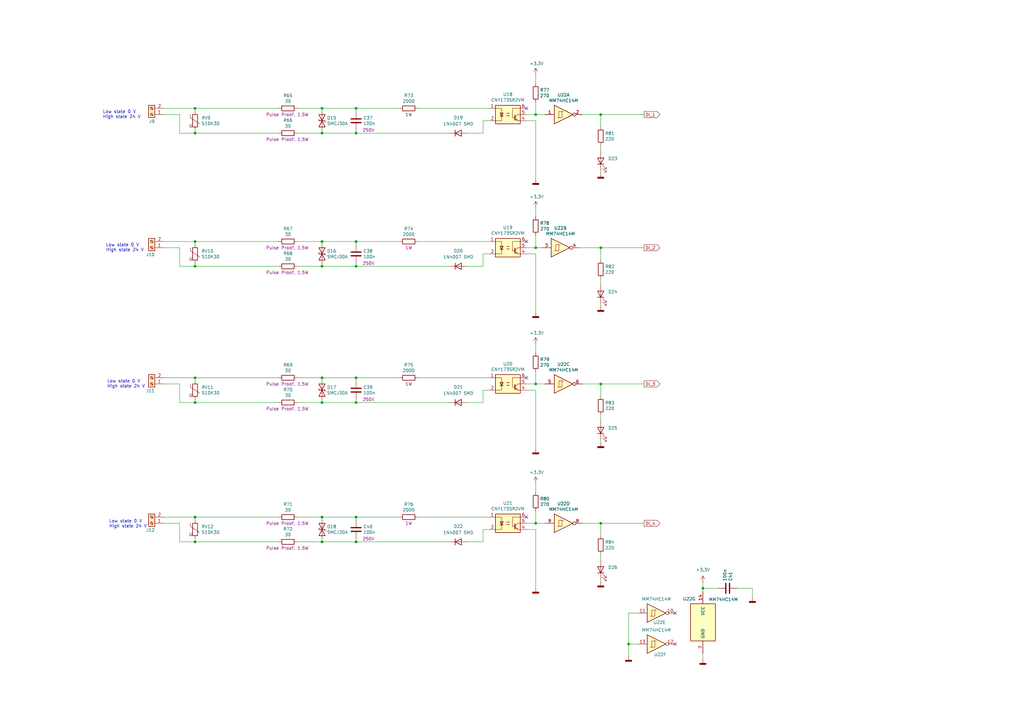
<source format=kicad_sch>
(kicad_sch (version 20250114) (generator "eeschema") (generator_version "9.0")
  (paper "A3")
  (lib_symbols
    (symbol "74xx:74HC14" (pin_names (offset 1.016))
      (property "Reference" "U" (at 0 1.27 0))
      (property "Value" "74HC14" (at 0 -1.27 0))
      (symbol "74HC14_1_0"
        (polyline (pts (xy -3.81 3.81) (xy -3.81 -3.81) (xy 3.81 0) (xy -3.81 3.81)) (stroke (width 0.254)) (fill (type background)))
        (pin input line (at -7.62 0 0) (length 3.81) (name "~") (number "1"))
        (pin output inverted (at 7.62 0 180) (length 3.81) (name "~") (number "2"))
      )
      (symbol "74HC14_1_1"
        (polyline (pts (xy -2.54 -1.27) (xy -0.635 -1.27) (xy -0.635 1.27) (xy 0 1.27)))
        (polyline (pts (xy -1.905 -1.27) (xy -1.905 1.27) (xy -0.635 1.27)))
      )
      (symbol "74HC14_2_0"
        (polyline (pts (xy -3.81 3.81) (xy -3.81 -3.81) (xy 3.81 0) (xy -3.81 3.81)) (stroke (width 0.254)) (fill (type background)))
        (pin input line (at -7.62 0 0) (length 3.81) (name "~") (number "3"))
        (pin output inverted (at 7.62 0 180) (length 3.81) (name "~") (number "4"))
      )
      (symbol "74HC14_2_1"
        (polyline (pts (xy -2.54 -1.27) (xy -0.635 -1.27) (xy -0.635 1.27) (xy 0 1.27)))
        (polyline (pts (xy -1.905 -1.27) (xy -1.905 1.27) (xy -0.635 1.27)))
      )
      (symbol "74HC14_3_0"
        (polyline (pts (xy -3.81 3.81) (xy -3.81 -3.81) (xy 3.81 0) (xy -3.81 3.81)) (stroke (width 0.254)) (fill (type background)))
        (pin input line (at -7.62 0 0) (length 3.81) (name "~") (number "5"))
        (pin output inverted (at 7.62 0 180) (length 3.81) (name "~") (number "6"))
      )
      (symbol "74HC14_3_1"
        (polyline (pts (xy -2.54 -1.27) (xy -0.635 -1.27) (xy -0.635 1.27) (xy 0 1.27)))
        (polyline (pts (xy -1.905 -1.27) (xy -1.905 1.27) (xy -0.635 1.27)))
      )
      (symbol "74HC14_4_0"
        (polyline (pts (xy -3.81 3.81) (xy -3.81 -3.81) (xy 3.81 0) (xy -3.81 3.81)) (stroke (width 0.254)) (fill (type background)))
        (pin input line (at -7.62 0 0) (length 3.81) (name "~") (number "9"))
        (pin output inverted (at 7.62 0 180) (length 3.81) (name "~") (number "8"))
      )
      (symbol "74HC14_4_1"
        (polyline (pts (xy -2.54 -1.27) (xy -0.635 -1.27) (xy -0.635 1.27) (xy 0 1.27)))
        (polyline (pts (xy -1.905 -1.27) (xy -1.905 1.27) (xy -0.635 1.27)))
      )
      (symbol "74HC14_5_0"
        (polyline (pts (xy -3.81 3.81) (xy -3.81 -3.81) (xy 3.81 0) (xy -3.81 3.81)) (stroke (width 0.254)) (fill (type background)))
        (pin input line (at -7.62 0 0) (length 3.81) (name "~") (number "11"))
        (pin output inverted (at 7.62 0 180) (length 3.81) (name "~") (number "10"))
      )
      (symbol "74HC14_5_1"
        (polyline (pts (xy -2.54 -1.27) (xy -0.635 -1.27) (xy -0.635 1.27) (xy 0 1.27)))
        (polyline (pts (xy -1.905 -1.27) (xy -1.905 1.27) (xy -0.635 1.27)))
      )
      (symbol "74HC14_6_0"
        (polyline (pts (xy -3.81 3.81) (xy -3.81 -3.81) (xy 3.81 0) (xy -3.81 3.81)) (stroke (width 0.254)) (fill (type background)))
        (pin input line (at -7.62 0 0) (length 3.81) (name "~") (number "13"))
        (pin output inverted (at 7.62 0 180) (length 3.81) (name "~") (number "12"))
      )
      (symbol "74HC14_6_1"
        (polyline (pts (xy -2.54 -1.27) (xy -0.635 -1.27) (xy -0.635 1.27) (xy 0 1.27)))
        (polyline (pts (xy -1.905 -1.27) (xy -1.905 1.27) (xy -0.635 1.27)))
      )
      (symbol "74HC14_7_0"
        (pin power_in line (at 0 12.7 270) (length 5.08) (name "VCC") (number "14"))
        (pin power_in line (at 0 -12.7 90) (length 5.08) (name "GND") (number "7"))
      )
      (symbol "74HC14_7_1"
        (rectangle (start -5.08 7.62) (end 5.08 -7.62) (stroke (width 0.254)) (fill (type background)))
      )
    )
    (symbol "Connector:Screw_Terminal_01x02" (pin_names (offset 1.016) (hide yes))
      (property "Reference" "J" (at 0 2.54 0))
      (property "Value" "Screw_Terminal_01x02" (at 0 -5.08 0))
      (symbol "Screw_Terminal_01x02_1_1"
        (rectangle (start -1.27 1.27) (end 1.27 -3.81) (stroke (width 0.254)) (fill (type background)))
        (polyline (pts (xy -0.5334 0.3302) (xy 0.3302 -0.508)) (stroke (width 0.1524)))
        (polyline (pts (xy -0.5334 -2.2098) (xy 0.3302 -3.048)) (stroke (width 0.1524)))
        (polyline (pts (xy -0.3556 0.508) (xy 0.508 -0.3302)) (stroke (width 0.1524)))
        (polyline (pts (xy -0.3556 -2.032) (xy 0.508 -2.8702)) (stroke (width 0.1524)))
        (circle (center 0 0) (radius 0.635) (stroke (width 0.1524)))
        (circle (center 0 -2.54) (radius 0.635) (stroke (width 0.1524)))
        (pin passive line (at -5.08 0 0) (length 3.81) (name "Pin_1") (number "1"))
        (pin passive line (at -5.08 -2.54 0) (length 3.81) (name "Pin_2") (number "2"))
      )
    )
    (symbol "Device:C" (pin_numbers (hide yes)) (pin_names (offset 0.254))
      (property "Reference" "C" (at 0.635 2.54 0))
      (property "Value" "C" (at 0.635 -2.54 0))
      (symbol "C_0_1"
        (polyline (pts (xy -2.032 0.762) (xy 2.032 0.762)) (stroke (width 0.508)))
        (polyline (pts (xy -2.032 -0.762) (xy 2.032 -0.762)) (stroke (width 0.508)))
      )
      (symbol "C_1_1"
        (pin passive line (at 0 3.81 270) (length 2.794) (name "~") (number "1"))
        (pin passive line (at 0 -3.81 90) (length 2.794) (name "~") (number "2"))
      )
    )
    (symbol "Device:D_TVS" (pin_numbers (hide yes)) (pin_names (offset 1.016) (hide yes))
      (property "Reference" "D" (at 0 2.54 0))
      (property "Value" "D_TVS" (at 0 -2.54 0))
      (symbol "D_TVS_0_1"
        (polyline (pts (xy -2.54 1.27) (xy -2.54 -1.27) (xy 2.54 1.27) (xy 2.54 -1.27) (xy -2.54 1.27)) (stroke (width 0.254)))
        (polyline (pts (xy 0.508 1.27) (xy 0 1.27) (xy 0 -1.27) (xy -0.508 -1.27)) (stroke (width 0.254)))
        (polyline (pts (xy 1.27 0) (xy -1.27 0)))
      )
      (symbol "D_TVS_1_1"
        (pin passive line (at -3.81 0 0) (length 2.54) (name "A1") (number "1"))
        (pin passive line (at 3.81 0 180) (length 2.54) (name "A2") (number "2"))
      )
    )
    (symbol "Device:LED" (pin_numbers (hide yes)) (pin_names (offset 1.016) (hide yes))
      (property "Reference" "D" (at 0 2.54 0))
      (property "Value" "LED" (at 0 -2.54 0))
      (symbol "LED_0_1"
        (polyline (pts (xy -3.048 -0.762) (xy -4.572 -2.286) (xy -3.81 -2.286) (xy -4.572 -2.286) (xy -4.572 -1.524)))
        (polyline (pts (xy -1.778 -0.762) (xy -3.302 -2.286) (xy -2.54 -2.286) (xy -3.302 -2.286) (xy -3.302 -1.524)))
        (polyline (pts (xy -1.27 0) (xy 1.27 0)))
        (polyline (pts (xy -1.27 -1.27) (xy -1.27 1.27)) (stroke (width 0.254)))
        (polyline (pts (xy 1.27 -1.27) (xy 1.27 1.27) (xy -1.27 0) (xy 1.27 -1.27)) (stroke (width 0.254)))
      )
      (symbol "LED_1_1"
        (pin passive line (at -3.81 0 0) (length 2.54) (name "K") (number "1"))
        (pin passive line (at 3.81 0 180) (length 2.54) (name "A") (number "2"))
      )
    )
    (symbol "Device:R" (pin_numbers (hide yes)) (pin_names (offset 0))
      (property "Reference" "R" (at 2.032 0 90))
      (property "Value" "R" (at 0 0 90))
      (symbol "R_0_1"
        (rectangle (start -1.016 -2.54) (end 1.016 2.54) (stroke (width 0.254)))
      )
      (symbol "R_1_1"
        (pin passive line (at 0 3.81 270) (length 1.27) (name "~") (number "1"))
        (pin passive line (at 0 -3.81 90) (length 1.27) (name "~") (number "2"))
      )
    )
    (symbol "Device:Varistor" (pin_numbers (hide yes)) (pin_names (offset 0))
      (property "Reference" "RV" (at 3.175 0 90))
      (property "Value" "Varistor" (at -3.175 0 90))
      (symbol "Varistor_0_0"
        (text "U" (at -1.778 -2.032 0) (effects (font (size 1.27 1.27))))
      )
      (symbol "Varistor_0_1"
        (polyline (pts (xy -1.905 2.54) (xy -1.905 1.27) (xy 1.905 -1.27)))
        (rectangle (start -1.016 -2.54) (end 1.016 2.54) (stroke (width 0.254)))
      )
      (symbol "Varistor_1_1"
        (pin passive line (at 0 3.81 270) (length 1.27) (name "~") (number "1"))
        (pin passive line (at 0 -3.81 90) (length 1.27) (name "~") (number "2"))
      )
    )
    (symbol "Diode:1N4007" (pin_numbers (hide yes)) (pin_names (hide yes))
      (property "Reference" "D" (at 0 2.54 0))
      (property "Value" "1N4007" (at 0 -2.54 0))
      (symbol "1N4007_0_1"
        (polyline (pts (xy -1.27 1.27) (xy -1.27 -1.27)) (stroke (width 0.254)))
        (polyline (pts (xy 1.27 1.27) (xy 1.27 -1.27) (xy -1.27 0) (xy 1.27 1.27)) (stroke (width 0.254)))
        (polyline (pts (xy 1.27 0) (xy -1.27 0)))
      )
      (symbol "1N4007_1_1"
        (pin passive line (at -3.81 0 0) (length 2.54) (name "K") (number "1"))
        (pin passive line (at 3.81 0 180) (length 2.54) (name "A") (number "2"))
      )
    )
    (symbol "Isolator:CNY17-3" (pin_names (offset 1.016))
      (property "Reference" "U" (at -5.08 5.08 0))
      (property "Value" "CNY17-3" (at 0 5.08 0))
      (symbol "CNY17-3_0_1"
        (rectangle (start -5.08 3.81) (end 5.08 -3.81) (stroke (width 0.254)) (fill (type background)))
        (polyline (pts (xy -5.08 2.54) (xy -2.54 2.54) (xy -2.54 -0.762)))
        (polyline (pts (xy -3.175 -0.635) (xy -1.905 -0.635)) (stroke (width 0.254)))
        (polyline (pts (xy -2.54 -0.635) (xy -2.54 -2.54) (xy -5.08 -2.54)))
        (polyline (pts (xy -2.54 -0.635) (xy -3.175 0.635) (xy -1.905 0.635) (xy -2.54 -0.635)) (stroke (width 0.254)))
        (polyline (pts (xy -0.635 0.508) (xy 0.635 0.508) (xy 0.254 0.381) (xy 0.254 0.635) (xy 0.635 0.508)))
        (polyline (pts (xy -0.635 -0.508) (xy 0.635 -0.508) (xy 0.254 -0.635) (xy 0.254 -0.381) (xy 0.635 -0.508)))
        (polyline (pts (xy 1.905 -1.27) (xy 1.905 2.54) (xy 5.08 2.54)))
        (polyline (pts (xy 2.921 -0.254) (xy 2.921 -2.286)) (stroke (width 0.3556)))
        (polyline (pts (xy 2.921 -1.143) (xy 4.064 0)))
        (polyline (pts (xy 2.921 -1.27) (xy 1.905 -1.27)))
        (polyline (pts (xy 2.921 -1.397) (xy 4.064 -2.54)))
        (polyline (pts (xy 3.937 -2.413) (xy 3.683 -1.905) (xy 3.429 -2.159) (xy 3.937 -2.413)))
        (polyline (pts (xy 4.064 -2.54) (xy 5.08 -2.54)))
        (polyline (pts (xy 5.08 0) (xy 4.064 0)))
      )
      (symbol "CNY17-3_1_1"
        (pin passive line (at -7.62 2.54 0) (length 2.54) (name "~") (number "1"))
        (pin passive line (at -7.62 -2.54 0) (length 2.54) (name "~") (number "2"))
        (pin no_connect line (at -5.08 0 0) (length 2.54) (hide yes) (name "NC") (number "3"))
        (pin passive line (at 7.62 2.54 180) (length 2.54) (name "~") (number "6"))
        (pin passive line (at 7.62 0 180) (length 2.54) (name "~") (number "5"))
        (pin passive line (at 7.62 -2.54 180) (length 2.54) (name "~") (number "4"))
      )
    )
    (symbol "power:+3.3V" (power) (pin_numbers (hide yes)) (pin_names (offset 0) (hide yes))
      (property "Value" "+3.3V" (at 0 3.556 0))
      (symbol "+3.3V_0_1"
        (polyline (pts (xy -0.762 1.27) (xy 0 2.54)))
        (polyline (pts (xy 0 2.54) (xy 0.762 1.27)))
        (polyline (pts (xy 0 0) (xy 0 2.54)))
      )
      (symbol "+3.3V_1_1"
        (pin power_in line (at 0 0 90) (length 0) (name "~") (number "1"))
      )
    )
    (symbol "power:GNDD" (power) (pin_numbers (hide yes)) (pin_names (offset 0) (hide yes))
      (property "Value" "GNDD" (at 0 -3.175 0))
      (symbol "GNDD_0_1"
        (rectangle (start -1.27 -1.524) (end 1.27 -2.032) (stroke (width 0.254)) (fill (type outline)))
        (polyline (pts (xy 0 0) (xy 0 -1.524)))
      )
      (symbol "GNDD_1_1"
        (pin power_in line (at 0 0 270) (length 0) (name "~") (number "1"))
      )
    )
  )
  (text "Low state 0 V\nHigh state 24 V\n" (at 43.942 159.258 0) (effects (font (size 1.27 1.27)) (justify left bottom)))
  (text "Low state 0 V\nHigh state 24 V\n" (at 42.164 48.768 0) (effects (font (size 1.27 1.27)) (justify left bottom)))
  (text "Low state 0 V\nHigh state 24 V\n" (at 44.704 216.662 0) (effects (font (size 1.27 1.27)) (justify left bottom)))
  (text "Low state 0 V\nHigh state 24 V\n" (at 43.434 103.378 0) (effects (font (size 1.27 1.27)) (justify left bottom)))
  (junction (at 80.01 99.06))
  (junction (at 146.05 99.06))
  (junction (at 80.01 154.94))
  (junction (at 219.71 46.99))
  (junction (at 80.01 44.45))
  (junction (at 219.71 101.6))
  (junction (at 288.29 241.3))
  (junction (at 246.38 157.48))
  (junction (at 132.08 222.25))
  (junction (at 146.05 54.61))
  (junction (at 132.08 154.94))
  (junction (at 219.71 157.48))
  (junction (at 132.08 165.1))
  (junction (at 80.01 165.1))
  (junction (at 246.38 46.99))
  (junction (at 80.01 212.09))
  (junction (at 132.08 54.61))
  (junction (at 246.38 101.6))
  (junction (at 146.05 109.22))
  (junction (at 80.01 54.61))
  (junction (at 132.08 44.45))
  (junction (at 146.05 222.25))
  (junction (at 146.05 44.45))
  (junction (at 219.71 214.63))
  (junction (at 132.08 212.09))
  (junction (at 246.38 214.63))
  (junction (at 146.05 165.1))
  (junction (at 146.05 212.09))
  (junction (at 80.01 109.22))
  (junction (at 132.08 99.06))
  (junction (at 80.01 222.25))
  (junction (at 257.81 264.16))
  (junction (at 146.05 154.94))
  (junction (at 132.08 109.22))
  (no_connect (at 215.9 212.09))
  (no_connect (at 215.9 99.06))
  (no_connect (at 276.86 251.46))
  (no_connect (at 276.86 264.16))
  (no_connect (at 215.9 44.45))
  (no_connect (at 215.9 154.94))
  (wire (pts (xy 171.45 212.09) (xy 200.66 212.09)))
  (wire (pts (xy 246.38 219.71) (xy 246.38 214.63)))
  (wire (pts (xy 146.05 44.45) (xy 163.83 44.45)))
  (wire (pts (xy 219.71 160.02) (xy 219.71 184.15)))
  (wire (pts (xy 288.29 267.97) (xy 288.29 270.51)))
  (wire (pts (xy 132.08 163.83) (xy 132.08 165.1)))
  (wire (pts (xy 308.61 241.3) (xy 308.61 245.11)))
  (wire (pts (xy 219.71 209.55) (xy 219.71 214.63)))
  (wire (pts (xy 146.05 163.83) (xy 146.05 165.1)))
  (wire (pts (xy 67.31 214.63) (xy 73.66 214.63)))
  (wire (pts (xy 257.81 264.16) (xy 261.62 264.16)))
  (wire (pts (xy 80.01 154.94) (xy 114.3 154.94)))
  (wire (pts (xy 222.25 101.6) (xy 219.71 101.6)))
  (wire (pts (xy 121.92 154.94) (xy 132.08 154.94)))
  (wire (pts (xy 191.77 54.61) (xy 198.12 54.61)))
  (wire (pts (xy 219.71 49.53) (xy 219.71 73.66)))
  (wire (pts (xy 219.71 30.48) (xy 219.71 34.29)))
  (wire (pts (xy 146.05 165.1) (xy 132.08 165.1)))
  (wire (pts (xy 246.38 229.87) (xy 246.38 227.33)))
  (wire (pts (xy 215.9 217.17) (xy 219.71 217.17)))
  (wire (pts (xy 132.08 45.72) (xy 132.08 44.45)))
  (wire (pts (xy 80.01 109.22) (xy 80.01 107.95)))
  (wire (pts (xy 198.12 54.61) (xy 198.12 49.53)))
  (wire (pts (xy 73.66 157.48) (xy 73.66 165.1)))
  (wire (pts (xy 238.76 157.48) (xy 246.38 157.48)))
  (wire (pts (xy 146.05 220.98) (xy 146.05 222.25)))
  (wire (pts (xy 80.01 54.61) (xy 80.01 53.34)))
  (wire (pts (xy 219.71 96.52) (xy 219.71 101.6)))
  (wire (pts (xy 121.92 109.22) (xy 132.08 109.22)))
  (wire (pts (xy 223.52 157.48) (xy 219.71 157.48)))
  (wire (pts (xy 171.45 154.94) (xy 200.66 154.94)))
  (wire (pts (xy 132.08 107.95) (xy 132.08 109.22)))
  (wire (pts (xy 238.76 46.99) (xy 246.38 46.99)))
  (wire (pts (xy 73.66 109.22) (xy 80.01 109.22)))
  (wire (pts (xy 73.66 214.63) (xy 73.66 222.25)))
  (wire (pts (xy 246.38 101.6) (xy 264.16 101.6)))
  (wire (pts (xy 73.66 101.6) (xy 73.66 109.22)))
  (wire (pts (xy 257.81 264.16) (xy 257.81 269.24)))
  (wire (pts (xy 67.31 157.48) (xy 73.66 157.48)))
  (wire (pts (xy 191.77 222.25) (xy 198.12 222.25)))
  (wire (pts (xy 219.71 101.6) (xy 215.9 101.6)))
  (wire (pts (xy 132.08 156.21) (xy 132.08 154.94)))
  (wire (pts (xy 191.77 165.1) (xy 198.12 165.1)))
  (wire (pts (xy 146.05 107.95) (xy 146.05 109.22)))
  (wire (pts (xy 261.62 251.46) (xy 257.81 251.46)))
  (wire (pts (xy 215.9 104.14) (xy 219.71 104.14)))
  (wire (pts (xy 73.66 54.61) (xy 80.01 54.61)))
  (wire (pts (xy 198.12 109.22) (xy 198.12 104.14)))
  (wire (pts (xy 80.01 165.1) (xy 114.3 165.1)))
  (wire (pts (xy 132.08 44.45) (xy 146.05 44.45)))
  (wire (pts (xy 121.92 99.06) (xy 132.08 99.06)))
  (wire (pts (xy 246.38 71.12) (xy 246.38 69.85)))
  (wire (pts (xy 219.71 152.4) (xy 219.71 157.48)))
  (wire (pts (xy 219.71 140.97) (xy 219.71 144.78)))
  (wire (pts (xy 73.66 46.99) (xy 73.66 54.61)))
  (wire (pts (xy 223.52 214.63) (xy 219.71 214.63)))
  (wire (pts (xy 246.38 172.72) (xy 246.38 170.18)))
  (wire (pts (xy 121.92 54.61) (xy 132.08 54.61)))
  (wire (pts (xy 288.29 241.3) (xy 294.64 241.3)))
  (wire (pts (xy 246.38 214.63) (xy 264.16 214.63)))
  (wire (pts (xy 146.05 45.72) (xy 146.05 44.45)))
  (wire (pts (xy 171.45 44.45) (xy 200.66 44.45)))
  (wire (pts (xy 246.38 238.76) (xy 246.38 237.49)))
  (wire (pts (xy 246.38 116.84) (xy 246.38 114.3)))
  (wire (pts (xy 73.66 222.25) (xy 80.01 222.25)))
  (wire (pts (xy 219.71 214.63) (xy 215.9 214.63)))
  (wire (pts (xy 67.31 101.6) (xy 73.66 101.6)))
  (wire (pts (xy 80.01 109.22) (xy 114.3 109.22)))
  (wire (pts (xy 80.01 212.09) (xy 114.3 212.09)))
  (wire (pts (xy 200.66 217.17) (xy 198.12 217.17)))
  (wire (pts (xy 73.66 165.1) (xy 80.01 165.1)))
  (wire (pts (xy 219.71 104.14) (xy 219.71 128.27)))
  (wire (pts (xy 121.92 165.1) (xy 132.08 165.1)))
  (wire (pts (xy 246.38 52.07) (xy 246.38 46.99)))
  (wire (pts (xy 219.71 157.48) (xy 215.9 157.48)))
  (wire (pts (xy 288.29 241.3) (xy 288.29 242.57)))
  (wire (pts (xy 223.52 46.99) (xy 219.71 46.99)))
  (wire (pts (xy 80.01 45.72) (xy 80.01 44.45)))
  (wire (pts (xy 219.71 85.09) (xy 219.71 88.9)))
  (wire (pts (xy 132.08 212.09) (xy 146.05 212.09)))
  (wire (pts (xy 80.01 156.21) (xy 80.01 154.94)))
  (wire (pts (xy 146.05 54.61) (xy 132.08 54.61)))
  (wire (pts (xy 219.71 41.91) (xy 219.71 46.99)))
  (wire (pts (xy 67.31 212.09) (xy 80.01 212.09)))
  (wire (pts (xy 80.01 213.36) (xy 80.01 212.09)))
  (wire (pts (xy 146.05 222.25) (xy 132.08 222.25)))
  (wire (pts (xy 219.71 217.17) (xy 219.71 241.3)))
  (wire (pts (xy 246.38 125.73) (xy 246.38 124.46)))
  (wire (pts (xy 191.77 109.22) (xy 198.12 109.22)))
  (wire (pts (xy 219.71 198.12) (xy 219.71 201.93)))
  (wire (pts (xy 132.08 99.06) (xy 146.05 99.06)))
  (wire (pts (xy 80.01 44.45) (xy 114.3 44.45)))
  (wire (pts (xy 67.31 46.99) (xy 73.66 46.99)))
  (wire (pts (xy 198.12 222.25) (xy 198.12 217.17)))
  (wire (pts (xy 146.05 222.25) (xy 184.15 222.25)))
  (wire (pts (xy 80.01 54.61) (xy 114.3 54.61)))
  (wire (pts (xy 146.05 109.22) (xy 132.08 109.22)))
  (wire (pts (xy 215.9 160.02) (xy 219.71 160.02)))
  (wire (pts (xy 200.66 104.14) (xy 198.12 104.14)))
  (wire (pts (xy 121.92 44.45) (xy 132.08 44.45)))
  (wire (pts (xy 132.08 154.94) (xy 146.05 154.94)))
  (wire (pts (xy 246.38 106.68) (xy 246.38 101.6)))
  (wire (pts (xy 257.81 251.46) (xy 257.81 264.16)))
  (wire (pts (xy 198.12 165.1) (xy 198.12 160.02)))
  (wire (pts (xy 132.08 100.33) (xy 132.08 99.06)))
  (wire (pts (xy 215.9 49.53) (xy 219.71 49.53)))
  (wire (pts (xy 238.76 214.63) (xy 246.38 214.63)))
  (wire (pts (xy 146.05 156.21) (xy 146.05 154.94)))
  (wire (pts (xy 67.31 99.06) (xy 80.01 99.06)))
  (wire (pts (xy 219.71 46.99) (xy 215.9 46.99)))
  (wire (pts (xy 146.05 213.36) (xy 146.05 212.09)))
  (wire (pts (xy 146.05 54.61) (xy 184.15 54.61)))
  (wire (pts (xy 200.66 49.53) (xy 198.12 49.53)))
  (wire (pts (xy 146.05 53.34) (xy 146.05 54.61)))
  (wire (pts (xy 246.38 62.23) (xy 246.38 59.69)))
  (wire (pts (xy 80.01 100.33) (xy 80.01 99.06)))
  (wire (pts (xy 121.92 222.25) (xy 132.08 222.25)))
  (wire (pts (xy 246.38 157.48) (xy 264.16 157.48)))
  (wire (pts (xy 146.05 99.06) (xy 163.83 99.06)))
  (wire (pts (xy 80.01 222.25) (xy 114.3 222.25)))
  (wire (pts (xy 80.01 165.1) (xy 80.01 163.83)))
  (wire (pts (xy 132.08 213.36) (xy 132.08 212.09)))
  (wire (pts (xy 67.31 44.45) (xy 80.01 44.45)))
  (wire (pts (xy 200.66 160.02) (xy 198.12 160.02)))
  (wire (pts (xy 237.49 101.6) (xy 246.38 101.6)))
  (wire (pts (xy 121.92 212.09) (xy 132.08 212.09)))
  (wire (pts (xy 246.38 181.61) (xy 246.38 180.34)))
  (wire (pts (xy 246.38 162.56) (xy 246.38 157.48)))
  (wire (pts (xy 146.05 109.22) (xy 184.15 109.22)))
  (wire (pts (xy 302.26 241.3) (xy 308.61 241.3)))
  (wire (pts (xy 146.05 212.09) (xy 163.83 212.09)))
  (wire (pts (xy 246.38 46.99) (xy 264.16 46.99)))
  (wire (pts (xy 171.45 99.06) (xy 200.66 99.06)))
  (wire (pts (xy 146.05 165.1) (xy 184.15 165.1)))
  (wire (pts (xy 288.29 238.76) (xy 288.29 241.3)))
  (wire (pts (xy 132.08 220.98) (xy 132.08 222.25)))
  (wire (pts (xy 80.01 222.25) (xy 80.01 220.98)))
  (wire (pts (xy 80.01 99.06) (xy 114.3 99.06)))
  (wire (pts (xy 67.31 154.94) (xy 80.01 154.94)))
  (wire (pts (xy 146.05 154.94) (xy 163.83 154.94)))
  (wire (pts (xy 132.08 53.34) (xy 132.08 54.61)))
  (wire (pts (xy 146.05 100.33) (xy 146.05 99.06)))
  (global_label "DI_1" (shape output) (at 264.16 46.99 0) (property "Intersheetrefs" "${INTERSHEET_REFS}" (effects (hide yes))))
  (global_label "DI_2" (shape output) (at 264.16 101.6 0) (property "Intersheetrefs" "${INTERSHEET_REFS}" (effects (hide yes))))
  (global_label "DI_3" (shape output) (at 264.16 157.48 0) (property "Intersheetrefs" "${INTERSHEET_REFS}" (effects (hide yes))))
  (global_label "DI_4" (shape output) (at 264.16 214.63 0) (property "Intersheetrefs" "${INTERSHEET_REFS}" (effects (hide yes))))
  (symbol (lib_id "Device:C") (at 146.05 49.53 0) (unit 1)
    (property "Reference" "C37" (at 148.971 48.3616 0) (effects (justify left)))
    (property "Value" "100n" (at 148.971 50.673 0) (effects (justify left)))
    (property "Footprint" "Capacitor_SMD:C_1206_3216Metric" (effects (hide yes)))
    (property "Order code Farnell" "1907339" (effects (hide yes)))
    (property "Voltage" "250V" (at 151.13 53.34 0))
  )
  (symbol (lib_id "Device:R") (at 118.11 54.61 270) (unit 1)
    (property "Reference" "R66" (at 118.11 49.3522 90))
    (property "Value" "30" (at 118.11 51.6636 90))
    (property "Footprint" "Resistor_SMD:R_2512_6332Metric" (effects (hide yes)))
    (property "Description" "CRCW251230R0FKEGHP" (effects (hide yes)))
    (property "Voltage" "Pulse Proof, 1,5W" (at 117.856 57.15 90))
    (property "Order code Farnell" "3546521" (effects (hide yes)))
  )
  (symbol (lib_id "power:GNDD") (at 246.38 125.73 0) (unit 1)
    (property "Reference" "#PWR0112" (effects (hide yes)))
    (property "Value" "GNDD" (effects (hide yes)))
  )
  (symbol (lib_id "Device:R") (at 118.11 99.06 270) (unit 1)
    (property "Reference" "R67" (at 118.11 93.8022 90))
    (property "Value" "30" (at 118.11 96.1136 90))
    (property "Footprint" "Resistor_SMD:R_2512_6332Metric" (effects (hide yes)))
    (property "Description" "CRCW251230R0FKEGHP" (effects (hide yes)))
    (property "Voltage" "Pulse Proof, 1,5W" (at 117.856 101.6 90))
    (property "Order code Farnell" "3546521" (effects (hide yes)))
  )
  (symbol (lib_id "Device:R") (at 219.71 38.1 180) (unit 1)
    (property "Reference" "R77" (at 221.488 36.9316 0) (effects (justify right)))
    (property "Value" "270" (at 221.488 39.243 0) (effects (justify right)))
    (property "Footprint" "Resistor_SMD:R_1206_3216Metric" (effects (hide yes)))
    (property "Order code Farnell" "9236783" (effects (hide yes)))
  )
  (symbol (lib_id "Device:R") (at 246.38 110.49 180) (unit 1)
    (property "Reference" "R82" (at 248.158 109.3216 0) (effects (justify right)))
    (property "Value" "220" (at 248.158 111.633 0) (effects (justify right)))
    (property "Footprint" "Resistor_SMD:R_1206_3216Metric" (effects (hide yes)))
    (property "Order code Farnell" "2797431" (effects (hide yes)))
  )
  (symbol (lib_id "Device:R") (at 219.71 92.71 180) (unit 1)
    (property "Reference" "R78" (at 221.488 91.5416 0) (effects (justify right)))
    (property "Value" "270" (at 221.488 93.853 0) (effects (justify right)))
    (property "Footprint" "Resistor_SMD:R_1206_3216Metric" (effects (hide yes)))
    (property "Order code Farnell" "9236783" (effects (hide yes)))
  )
  (symbol (lib_id "Isolator:CNY17-3") (at 208.28 214.63 0) (unit 1)
    (property "Reference" "U21" (at 208.28 206.375 0))
    (property "Value" "CNY173SR2VM" (at 208.28 208.6864 0))
    (property "Footprint" "Package_DIP:DIP-6_W7.62mm_SMDSocket_SmallPads" (effects (hide yes)))
    (property "Datasheet" "http://www.vishay.com/docs/83606/cny17.pdf" (effects (hide yes)))
    (property "Order code Farnell" "1045401" (effects (hide yes)))
  )
  (symbol (lib_id "Device:R") (at 118.11 44.45 270) (unit 1)
    (property "Reference" "R65" (at 118.11 39.1922 90))
    (property "Value" "30" (at 118.11 41.5036 90))
    (property "Footprint" "Resistor_SMD:R_2512_6332Metric" (effects (hide yes)))
    (property "Description" "CRCW251230R0FKEGHP" (effects (hide yes)))
    (property "Voltage" "Pulse Proof, 1,5W" (at 117.856 46.99 90))
    (property "Order code Farnell" "3546521" (effects (hide yes)))
  )
  (symbol (lib_id "Device:D_TVS") (at 132.08 160.02 270) (unit 1)
    (property "Reference" "D17" (at 134.0866 158.8516 90) (effects (justify left)))
    (property "Value" "SMCJ30A" (at 134.0866 161.163 90) (effects (justify left)))
    (property "Footprint" "Diode_SMD:D_SMC" (effects (hide yes)))
    (property "Description" "SMCJ33A-TR" (effects (hide yes)))
    (property "Order code Farnell" "1689286" (effects (hide yes)))
  )
  (symbol (lib_id "Device:R") (at 246.38 55.88 180) (unit 1)
    (property "Reference" "R81" (at 248.158 54.7116 0) (effects (justify right)))
    (property "Value" "220" (at 248.158 57.023 0) (effects (justify right)))
    (property "Footprint" "Resistor_SMD:R_1206_3216Metric" (effects (hide yes)))
    (property "Order code Farnell" "2797431" (effects (hide yes)))
  )
  (symbol (lib_id "power:GNDD") (at 219.71 241.3 0) (unit 1)
    (property "Reference" "#PWR0110" (effects (hide yes)))
    (property "Value" "GNDD" (effects (hide yes)))
  )
  (symbol (lib_id "Device:R") (at 246.38 166.37 180) (unit 1)
    (property "Reference" "R83" (at 248.158 165.2016 0) (effects (justify right)))
    (property "Value" "220" (at 248.158 167.513 0) (effects (justify right)))
    (property "Footprint" "Resistor_SMD:R_1206_3216Metric" (effects (hide yes)))
    (property "Order code Farnell" "2797431" (effects (hide yes)))
  )
  (symbol (lib_id "Device:D_TVS") (at 132.08 104.14 270) (unit 1)
    (property "Reference" "D16" (at 134.0866 102.9716 90) (effects (justify left)))
    (property "Value" "SMCJ30A" (at 134.0866 105.283 90) (effects (justify left)))
    (property "Footprint" "Diode_SMD:D_SMC" (effects (hide yes)))
    (property "Description" "SMCJ33A-TR" (effects (hide yes)))
    (property "Order code Farnell" "1689286" (effects (hide yes)))
  )
  (symbol (lib_id "Device:R") (at 167.64 212.09 270) (unit 1)
    (property "Reference" "R76" (at 167.64 206.8322 90))
    (property "Value" "2000" (at 167.64 209.1436 90))
    (property "Footprint" "Resistor_SMD:R_2512_6332Metric" (effects (hide yes)))
    (property "Order code Farnell" "1470044" (effects (hide yes)))
    (property "Power" "1W" (at 167.64 214.63 90))
  )
  (symbol (lib_id "Device:Varistor") (at 80.01 217.17 0) (unit 1)
    (property "Reference" "RV12" (at 82.6262 216.0016 0) (effects (justify left)))
    (property "Value" "S10K30" (at 82.6262 218.313 0) (effects (justify left)))
    (property "Footprint" "Varistor:RV_Disc_D12mm_W5.1mm_P7.5mm" (effects (hide yes)))
    (property "Description" "Levyn halkaisija (disc diameter): nimellinen 10 mm, maksimi ~12,5 mm (usein ilmoitetaan max Ø12.5 mm toleransseineen). Paksuus (body thickness): tyypillisesti max 4–5 mm (riippuen tarkasta variantista, usein ~4,5 mm). Liitinväli (lead spacing / pitch, e): yleensä 7,5 mm (e ±1 mm). Liittimen halkaisija: ~0,8 mm." (effects (hide yes)))
    (property "Order code Farnell" "1004274" (effects (hide yes)))
  )
  (symbol (lib_id "power:+3.3V") (at 219.71 85.09 0) (unit 1)
    (property "Reference" "#PWR0105" (effects (hide yes)))
    (property "Value" "+3.3V" (at 220.091 80.6958 0))
  )
  (symbol (lib_id "Device:C") (at 298.45 241.3 270) (mirror x) (unit 1)
    (property "Reference" "C41" (at 299.6184 238.379 0) (effects (justify left)))
    (property "Value" "100n" (at 297.307 238.379 0) (effects (justify left)))
    (property "Footprint" "Capacitor_SMD:C_1206_3216Metric" (effects (hide yes)))
    (property "Order code Farnell" "2070499" (effects (hide yes)))
  )
  (symbol (lib_id "power:GNDD") (at 308.61 245.11 0) (unit 1)
    (property "Reference" "#PWR0118" (effects (hide yes)))
    (property "Value" "GNDD" (effects (hide yes)))
  )
  (symbol (lib_id "Device:R") (at 219.71 205.74 180) (unit 1)
    (property "Reference" "R80" (at 221.488 204.5716 0) (effects (justify right)))
    (property "Value" "270" (at 221.488 206.883 0) (effects (justify right)))
    (property "Footprint" "Resistor_SMD:R_1206_3216Metric" (effects (hide yes)))
    (property "Order code Farnell" "9236783" (effects (hide yes)))
  )
  (symbol (lib_id "Device:R") (at 167.64 99.06 270) (unit 1)
    (property "Reference" "R74" (at 167.64 93.8022 90))
    (property "Value" "2000" (at 167.64 96.1136 90))
    (property "Footprint" "Resistor_SMD:R_2512_6332Metric" (effects (hide yes)))
    (property "Order code Farnell" "1470044" (effects (hide yes)))
    (property "Power" "1W" (at 167.64 101.6 90))
  )
  (symbol (lib_id "Device:D_TVS") (at 132.08 217.17 270) (unit 1)
    (property "Reference" "D18" (at 134.0866 216.0016 90) (effects (justify left)))
    (property "Value" "SMCJ30A" (at 134.0866 218.313 90) (effects (justify left)))
    (property "Footprint" "Diode_SMD:D_SMC" (effects (hide yes)))
    (property "Description" "SMCJ33A-TR" (effects (hide yes)))
    (property "Order code Farnell" "1689286" (effects (hide yes)))
  )
  (symbol (lib_id "Device:D_TVS") (at 132.08 49.53 270) (unit 1)
    (property "Reference" "D15" (at 134.0866 48.3616 90) (effects (justify left)))
    (property "Value" "SMCJ30A" (at 134.0866 50.673 90) (effects (justify left)))
    (property "Footprint" "Diode_SMD:D_SMC" (effects (hide yes)))
    (property "Description" "SMCJ33A-TR" (effects (hide yes)))
    (property "Order code Farnell" "1689286" (effects (hide yes)))
  )
  (symbol (lib_id "Diode:1N4007") (at 187.96 165.1 0) (unit 1)
    (property "Reference" "D21" (at 187.96 158.75 0))
    (property "Value" "1N4007 SMD" (at 187.96 161.29 0))
    (property "Footprint" "Diode_SMD:D_SOD-123" (effects (hide yes)))
    (property "Datasheet" "http://www.vishay.com/docs/88503/1n4001.pdf" (effects (hide yes)))
    (property "Description" "1000V 1A General Purpose Rectifier Diode, DO-41" (effects (hide yes)))
    (property "Sim.Device" "D" (effects (hide yes)))
    (property "Sim.Pins" "1=K 2=A" (effects (hide yes)))
  )
  (symbol (lib_id "power:+3.3V") (at 219.71 198.12 0) (unit 1)
    (property "Reference" "#PWR0109" (effects (hide yes)))
    (property "Value" "+3.3V" (at 220.091 193.7258 0))
  )
  (symbol (lib_id "Device:LED") (at 246.38 66.04 90) (unit 1)
    (property "Reference" "D23" (at 249.3772 65.0494 90) (effects (justify right)))
    (property "Value" "Green LED 3mm" (effects (hide yes)))
    (property "Footprint" "Diode_SMD:D_1206_3216Metric" (effects (hide yes)))
    (property "Description" "MCL-S250GC" (effects (hide yes)))
    (property "Order code Farnell" "1581232" (effects (hide yes)))
  )
  (symbol (lib_id "Device:R") (at 118.11 165.1 270) (unit 1)
    (property "Reference" "R70" (at 118.11 159.8422 90))
    (property "Value" "30" (at 118.11 162.1536 90))
    (property "Footprint" "Resistor_SMD:R_2512_6332Metric" (effects (hide yes)))
    (property "Description" "CRCW251230R0FKEGHP" (effects (hide yes)))
    (property "Voltage" "Pulse Proof, 1,5W" (at 117.856 167.64 90))
    (property "Order code Farnell" "3546521" (effects (hide yes)))
  )
  (symbol (lib_id "74xx:74HC14") (at 231.14 214.63 0) (unit 4)
    (property "Reference" "U22" (at 231.14 206.5782 0))
    (property "Value" "MM74HC14M" (at 231.14 208.8896 0))
    (property "Footprint" "Package_SO:SOIC-14_3.9x8.7mm_P1.27mm" (effects (hide yes)))
    (property "Datasheet" "http://www.farnell.com/datasheets/2303848.pdf?_gl=1*col83*_gcl_aw*R0NMLjE3NjA5NjMwOTguQ2p3S0NBand1OWZIQmhBV0Vpd0F6R1JDX184cHV5WURPbS16c1JsdGd4bThYNXU1aEp6VFl5WlplSmhQYkd6UHVFemN3WVJmdDV2M1hCb0Nud1lRQXZEX0J3RQ..*_gcl_au*MjAxODQ0NTAzOS4xNzY1OTY2Mjc5" (effects (hide yes)))
    (property "Description" "MM74HC14M" (effects (hide yes)))
    (property "Order code Farnell" "1013958" (effects (hide yes)))
  )
  (symbol (lib_id "power:GNDD") (at 219.71 184.15 0) (unit 1)
    (property "Reference" "#PWR0108" (effects (hide yes)))
    (property "Value" "GNDD" (effects (hide yes)))
  )
  (symbol (lib_id "Device:C") (at 146.05 160.02 0) (unit 1)
    (property "Reference" "C39" (at 148.971 158.8516 0) (effects (justify left)))
    (property "Value" "100n" (at 148.971 161.163 0) (effects (justify left)))
    (property "Footprint" "Capacitor_SMD:C_1206_3216Metric" (effects (hide yes)))
    (property "Order code Farnell" "1907339" (effects (hide yes)))
    (property "Voltage" "250V" (at 151.13 163.83 0))
  )
  (symbol (lib_id "Device:LED") (at 246.38 120.65 90) (unit 1)
    (property "Reference" "D24" (at 249.3772 119.6594 90) (effects (justify right)))
    (property "Value" "Green LED 3mm" (effects (hide yes)))
    (property "Footprint" "Diode_SMD:D_1206_3216Metric" (effects (hide yes)))
    (property "Description" "MCL-S250GC" (effects (hide yes)))
    (property "Order code Farnell" "1581232" (effects (hide yes)))
  )
  (symbol (lib_id "Connector:Screw_Terminal_01x02") (at 62.23 214.63 180) (unit 1)
    (property "Reference" "J12" (at 63.5 217.424 0) (effects (justify left)))
    (property "Value" "Screw_Terminal_01x02" (effects (hide yes)))
    (property "Footprint" "TerminalBlock_Phoenix:TerminalBlock_Phoenix_MKDS-3-2-5.08_1x02_P5.08mm_Horizontal" (effects (hide yes)))
    (property "Order code Farnell" "963-2670" (effects (hide yes)))
  )
  (symbol (lib_id "Isolator:CNY17-3") (at 208.28 101.6 0) (unit 1)
    (property "Reference" "U19" (at 208.28 93.345 0))
    (property "Value" "CNY173SR2VM" (at 208.28 95.6564 0))
    (property "Footprint" "Package_DIP:DIP-6_W7.62mm_SMDSocket_SmallPads" (effects (hide yes)))
    (property "Datasheet" "http://www.vishay.com/docs/83606/cny17.pdf" (effects (hide yes)))
    (property "Order code Farnell" "1045401" (effects (hide yes)))
  )
  (symbol (lib_id "Device:LED") (at 246.38 233.68 90) (unit 1)
    (property "Reference" "D26" (at 249.3772 232.6894 90) (effects (justify right)))
    (property "Value" "Green LED 3mm" (effects (hide yes)))
    (property "Footprint" "Diode_SMD:D_1206_3216Metric" (effects (hide yes)))
    (property "Description" "MCL-S250GC" (effects (hide yes)))
    (property "Order code Farnell" "1581232" (effects (hide yes)))
  )
  (symbol (lib_id "Device:Varistor") (at 80.01 49.53 0) (unit 1)
    (property "Reference" "RV9" (at 82.6262 48.3616 0) (effects (justify left)))
    (property "Value" "S10K30" (at 82.6262 50.673 0) (effects (justify left)))
    (property "Footprint" "Varistor:RV_Disc_D12mm_W5.1mm_P7.5mm" (effects (hide yes)))
    (property "Description" "Levyn halkaisija (disc diameter): nimellinen 10 mm, maksimi ~12,5 mm (usein ilmoitetaan max Ø12.5 mm toleransseineen). Paksuus (body thickness): tyypillisesti max 4–5 mm (riippuen tarkasta variantista, usein ~4,5 mm). Liitinväli (lead spacing / pitch, e): yleensä 7,5 mm (e ±1 mm). Liittimen halkaisija: ~0,8 mm." (effects (hide yes)))
    (property "Order code Farnell" "1004274" (effects (hide yes)))
  )
  (symbol (lib_id "power:GNDD") (at 246.38 238.76 0) (unit 1)
    (property "Reference" "#PWR0114" (effects (hide yes)))
    (property "Value" "GNDD" (effects (hide yes)))
  )
  (symbol (lib_id "Device:R") (at 118.11 212.09 270) (unit 1)
    (property "Reference" "R71" (at 118.11 206.8322 90))
    (property "Value" "30" (at 118.11 209.1436 90))
    (property "Footprint" "Resistor_SMD:R_2512_6332Metric" (effects (hide yes)))
    (property "Description" "CRCW251230R0FKEGHP" (effects (hide yes)))
    (property "Voltage" "Pulse Proof, 1,5W" (at 117.856 214.63 90))
    (property "Order code Farnell" "3546521" (effects (hide yes)))
  )
  (symbol (lib_id "Diode:1N4007") (at 187.96 109.22 0) (unit 1)
    (property "Reference" "D20" (at 187.96 102.87 0))
    (property "Value" "1N4007 SMD" (at 187.96 105.41 0))
    (property "Footprint" "Diode_SMD:D_SOD-123" (effects (hide yes)))
    (property "Datasheet" "http://www.vishay.com/docs/88503/1n4001.pdf" (effects (hide yes)))
    (property "Description" "1000V 1A General Purpose Rectifier Diode, DO-41" (effects (hide yes)))
    (property "Sim.Device" "D" (effects (hide yes)))
    (property "Sim.Pins" "1=K 2=A" (effects (hide yes)))
  )
  (symbol (lib_id "power:+3.3V") (at 219.71 140.97 0) (unit 1)
    (property "Reference" "#PWR0107" (effects (hide yes)))
    (property "Value" "+3.3V" (at 220.091 136.5758 0))
  )
  (symbol (lib_id "Device:R") (at 118.11 154.94 270) (unit 1)
    (property "Reference" "R69" (at 118.11 149.6822 90))
    (property "Value" "30" (at 118.11 151.9936 90))
    (property "Footprint" "Resistor_SMD:R_2512_6332Metric" (effects (hide yes)))
    (property "Description" "CRCW251230R0FKEGHP" (effects (hide yes)))
    (property "Voltage" "Pulse Proof, 1,5W" (at 117.856 157.48 90))
    (property "Order code Farnell" "3546521" (effects (hide yes)))
  )
  (symbol (lib_id "Isolator:CNY17-3") (at 208.28 157.48 0) (unit 1)
    (property "Reference" "U20" (at 208.28 149.225 0))
    (property "Value" "CNY173SR2VM" (at 208.28 151.5364 0))
    (property "Footprint" "Package_DIP:DIP-6_W7.62mm_SMDSocket_SmallPads" (effects (hide yes)))
    (property "Datasheet" "http://www.vishay.com/docs/83606/cny17.pdf" (effects (hide yes)))
    (property "Order code Farnell" "1045401" (effects (hide yes)))
  )
  (symbol (lib_id "74xx:74HC14") (at 269.24 264.16 0) (unit 6)
    (property "Reference" "U22" (at 270.764 268.478 0))
    (property "Value" "MM74HC14M" (at 269.24 258.4196 0))
    (property "Footprint" "Package_SO:SOIC-14_3.9x8.7mm_P1.27mm" (effects (hide yes)))
    (property "Datasheet" "http://www.farnell.com/datasheets/2303848.pdf?_gl=1*col83*_gcl_aw*R0NMLjE3NjA5NjMwOTguQ2p3S0NBand1OWZIQmhBV0Vpd0F6R1JDX184cHV5WURPbS16c1JsdGd4bThYNXU1aEp6VFl5WlplSmhQYkd6UHVFemN3WVJmdDV2M1hCb0Nud1lRQXZEX0J3RQ..*_gcl_au*MjAxODQ0NTAzOS4xNzY1OTY2Mjc5" (effects (hide yes)))
    (property "Description" "MM74HC14M" (effects (hide yes)))
    (property "Order code Farnell" "1013958" (effects (hide yes)))
  )
  (symbol (lib_id "power:GNDD") (at 219.71 128.27 0) (unit 1)
    (property "Reference" "#PWR0106" (effects (hide yes)))
    (property "Value" "GNDD" (effects (hide yes)))
  )
  (symbol (lib_id "power:GNDD") (at 288.29 270.51 0) (unit 1)
    (property "Reference" "#PWR0117" (effects (hide yes)))
    (property "Value" "GNDD" (effects (hide yes)))
  )
  (symbol (lib_id "power:GNDD") (at 219.71 73.66 0) (unit 1)
    (property "Reference" "#PWR0104" (effects (hide yes)))
    (property "Value" "GNDD" (effects (hide yes)))
  )
  (symbol (lib_id "power:GNDD") (at 246.38 181.61 0) (unit 1)
    (property "Reference" "#PWR0113" (effects (hide yes)))
    (property "Value" "GNDD" (effects (hide yes)))
  )
  (symbol (lib_id "Device:C") (at 146.05 104.14 0) (unit 1)
    (property "Reference" "C38" (at 148.971 102.9716 0) (effects (justify left)))
    (property "Value" "100n" (at 148.971 105.283 0) (effects (justify left)))
    (property "Footprint" "Capacitor_SMD:C_1206_3216Metric" (effects (hide yes)))
    (property "Order code Farnell" "1907339" (effects (hide yes)))
    (property "Voltage" "250V" (at 151.13 107.95 0))
  )
  (symbol (lib_id "74xx:74HC14") (at 231.14 157.48 0) (unit 3)
    (property "Reference" "U22" (at 231.14 149.4282 0))
    (property "Value" "MM74HC14M" (at 231.14 151.7396 0))
    (property "Footprint" "Package_SO:SOIC-14_3.9x8.7mm_P1.27mm" (effects (hide yes)))
    (property "Datasheet" "http://www.farnell.com/datasheets/2303848.pdf?_gl=1*col83*_gcl_aw*R0NMLjE3NjA5NjMwOTguQ2p3S0NBand1OWZIQmhBV0Vpd0F6R1JDX184cHV5WURPbS16c1JsdGd4bThYNXU1aEp6VFl5WlplSmhQYkd6UHVFemN3WVJmdDV2M1hCb0Nud1lRQXZEX0J3RQ..*_gcl_au*MjAxODQ0NTAzOS4xNzY1OTY2Mjc5" (effects (hide yes)))
    (property "Description" "MM74HC14M" (effects (hide yes)))
    (property "Order code Farnell" "1013958" (effects (hide yes)))
  )
  (symbol (lib_id "Connector:Screw_Terminal_01x02") (at 62.23 46.99 180) (unit 1)
    (property "Reference" "J9" (at 63.5 49.784 0) (effects (justify left)))
    (property "Value" "Screw_Terminal_01x02" (effects (hide yes)))
    (property "Footprint" "TerminalBlock_Phoenix:TerminalBlock_Phoenix_MKDS-3-2-5.08_1x02_P5.08mm_Horizontal" (effects (hide yes)))
    (property "Order code Farnell" "963-2670" (effects (hide yes)))
  )
  (symbol (lib_id "Device:Varistor") (at 80.01 104.14 0) (unit 1)
    (property "Reference" "RV10" (at 82.6262 102.9716 0) (effects (justify left)))
    (property "Value" "S10K30" (at 82.6262 105.283 0) (effects (justify left)))
    (property "Footprint" "Varistor:RV_Disc_D12mm_W5.1mm_P7.5mm" (effects (hide yes)))
    (property "Description" "Levyn halkaisija (disc diameter): nimellinen 10 mm, maksimi ~12,5 mm (usein ilmoitetaan max Ø12.5 mm toleransseineen). Paksuus (body thickness): tyypillisesti max 4–5 mm (riippuen tarkasta variantista, usein ~4,5 mm). Liitinväli (lead spacing / pitch, e): yleensä 7,5 mm (e ±1 mm). Liittimen halkaisija: ~0,8 mm." (effects (hide yes)))
    (property "Order code Farnell" "1004274" (effects (hide yes)))
  )
  (symbol (lib_id "power:+3.3V") (at 288.29 238.76 0) (unit 1)
    (property "Reference" "#PWR0116" (effects (hide yes)))
    (property "Value" "+3.3V" (at 288.29 233.68 0))
    (property "Description" "Power symbol creates a global label with name \"+3.3V\"" (effects (hide yes)))
  )
  (symbol (lib_id "power:GNDD") (at 246.38 71.12 0) (unit 1)
    (property "Reference" "#PWR0111" (effects (hide yes)))
    (property "Value" "GNDD" (effects (hide yes)))
  )
  (symbol (lib_id "Device:R") (at 118.11 109.22 270) (unit 1)
    (property "Reference" "R68" (at 118.11 103.9622 90))
    (property "Value" "30" (at 118.11 106.2736 90))
    (property "Footprint" "Resistor_SMD:R_2512_6332Metric" (effects (hide yes)))
    (property "Description" "CRCW251230R0FKEGHP" (effects (hide yes)))
    (property "Voltage" "Pulse Proof, 1,5W" (at 117.856 111.76 90))
    (property "Order code Farnell" "3546521" (effects (hide yes)))
  )
  (symbol (lib_id "Device:R") (at 246.38 223.52 180) (unit 1)
    (property "Reference" "R84" (at 248.158 222.3516 0) (effects (justify right)))
    (property "Value" "220" (at 248.158 224.663 0) (effects (justify right)))
    (property "Footprint" "Resistor_SMD:R_1206_3216Metric" (effects (hide yes)))
    (property "Order code Farnell" "2797431" (effects (hide yes)))
  )
  (symbol (lib_id "74xx:74HC14") (at 229.87 101.6 0) (unit 2)
    (property "Reference" "U22" (at 229.87 93.5482 0))
    (property "Value" "MM74HC14M" (at 229.87 95.8596 0))
    (property "Footprint" "Package_SO:SOIC-14_3.9x8.7mm_P1.27mm" (effects (hide yes)))
    (property "Datasheet" "http://www.farnell.com/datasheets/2303848.pdf?_gl=1*col83*_gcl_aw*R0NMLjE3NjA5NjMwOTguQ2p3S0NBand1OWZIQmhBV0Vpd0F6R1JDX184cHV5WURPbS16c1JsdGd4bThYNXU1aEp6VFl5WlplSmhQYkd6UHVFemN3WVJmdDV2M1hCb0Nud1lRQXZEX0J3RQ..*_gcl_au*MjAxODQ0NTAzOS4xNzY1OTY2Mjc5" (effects (hide yes)))
    (property "Description" "MM74HC14M" (effects (hide yes)))
    (property "Order code Farnell" "1013958" (effects (hide yes)))
  )
  (symbol (lib_id "Connector:Screw_Terminal_01x02") (at 62.23 101.6 180) (unit 1)
    (property "Reference" "J10" (at 63.5 104.394 0) (effects (justify left)))
    (property "Value" "Screw_Terminal_01x02" (effects (hide yes)))
    (property "Footprint" "TerminalBlock_Phoenix:TerminalBlock_Phoenix_MKDS-3-2-5.08_1x02_P5.08mm_Horizontal" (effects (hide yes)))
    (property "Order code Farnell" "963-2670" (effects (hide yes)))
  )
  (symbol (lib_id "power:GNDD") (at 257.81 269.24 0) (unit 1)
    (property "Reference" "#PWR0115" (effects (hide yes)))
    (property "Value" "GNDD" (effects (hide yes)))
  )
  (symbol (lib_id "Connector:Screw_Terminal_01x02") (at 62.23 157.48 180) (unit 1)
    (property "Reference" "J11" (at 63.5 160.274 0) (effects (justify left)))
    (property "Value" "Screw_Terminal_01x02" (effects (hide yes)))
    (property "Footprint" "TerminalBlock_Phoenix:TerminalBlock_Phoenix_MKDS-3-2-5.08_1x02_P5.08mm_Horizontal" (effects (hide yes)))
    (property "Order code Farnell" "963-2670" (effects (hide yes)))
  )
  (symbol (lib_id "Device:R") (at 118.11 222.25 270) (unit 1)
    (property "Reference" "R72" (at 118.11 216.9922 90))
    (property "Value" "30" (at 118.11 219.3036 90))
    (property "Footprint" "Resistor_SMD:R_2512_6332Metric" (effects (hide yes)))
    (property "Description" "CRCW251230R0FKEGHP" (effects (hide yes)))
    (property "Voltage" "Pulse Proof, 1,5W" (at 117.856 224.79 90))
    (property "Order code Farnell" "3546521" (effects (hide yes)))
  )
  (symbol (lib_id "Device:Varistor") (at 80.01 160.02 0) (unit 1)
    (property "Reference" "RV11" (at 82.6262 158.8516 0) (effects (justify left)))
    (property "Value" "S10K30" (at 82.6262 161.163 0) (effects (justify left)))
    (property "Footprint" "Varistor:RV_Disc_D12mm_W5.1mm_P7.5mm" (effects (hide yes)))
    (property "Description" "Levyn halkaisija (disc diameter): nimellinen 10 mm, maksimi ~12,5 mm (usein ilmoitetaan max Ø12.5 mm toleransseineen). Paksuus (body thickness): tyypillisesti max 4–5 mm (riippuen tarkasta variantista, usein ~4,5 mm). Liitinväli (lead spacing / pitch, e): yleensä 7,5 mm (e ±1 mm). Liittimen halkaisija: ~0,8 mm." (effects (hide yes)))
    (property "Order code Farnell" "1004274" (effects (hide yes)))
  )
  (symbol (lib_id "Device:C") (at 146.05 217.17 0) (unit 1)
    (property "Reference" "C40" (at 148.971 216.0016 0) (effects (justify left)))
    (property "Value" "100n" (at 148.971 218.313 0) (effects (justify left)))
    (property "Footprint" "Capacitor_SMD:C_1206_3216Metric" (effects (hide yes)))
    (property "Order code Farnell" "1907339" (effects (hide yes)))
    (property "Voltage" "250V" (at 151.13 220.98 0))
  )
  (symbol (lib_id "74xx:74HC14") (at 288.29 255.27 0) (unit 7)
    (property "Reference" "U22" (at 282.702 245.618 0))
    (property "Value" "MM74HC14M" (at 296.672 245.872 0))
    (property "Footprint" "Package_SO:SOIC-14_3.9x8.7mm_P1.27mm" (effects (hide yes)))
    (property "Datasheet" "http://www.farnell.com/datasheets/2303848.pdf?_gl=1*col83*_gcl_aw*R0NMLjE3NjA5NjMwOTguQ2p3S0NBand1OWZIQmhBV0Vpd0F6R1JDX184cHV5WURPbS16c1JsdGd4bThYNXU1aEp6VFl5WlplSmhQYkd6UHVFemN3WVJmdDV2M1hCb0Nud1lRQXZEX0J3RQ..*_gcl_au*MjAxODQ0NTAzOS4xNzY1OTY2Mjc5" (effects (hide yes)))
    (property "Description" "MM74HC14M" (effects (hide yes)))
    (property "Order code Farnell" "1013958" (effects (hide yes)))
  )
  (symbol (lib_id "Device:LED") (at 246.38 176.53 90) (unit 1)
    (property "Reference" "D25" (at 249.3772 175.5394 90) (effects (justify right)))
    (property "Value" "Green LED 3mm" (effects (hide yes)))
    (property "Footprint" "Diode_SMD:D_1206_3216Metric" (effects (hide yes)))
    (property "Description" "MCL-S250GC" (effects (hide yes)))
    (property "Order code Farnell" "1581232" (effects (hide yes)))
  )
  (symbol (lib_id "power:+3.3V") (at 219.71 30.48 0) (unit 1)
    (property "Reference" "#PWR0103" (effects (hide yes)))
    (property "Value" "+3.3V" (at 220.091 26.0858 0))
  )
  (symbol (lib_id "Diode:1N4007") (at 187.96 222.25 0) (unit 1)
    (property "Reference" "D22" (at 187.96 215.9 0))
    (property "Value" "1N4007 SMD" (at 187.96 218.44 0))
    (property "Footprint" "Diode_SMD:D_SOD-123" (effects (hide yes)))
    (property "Datasheet" "http://www.vishay.com/docs/88503/1n4001.pdf" (effects (hide yes)))
    (property "Description" "1000V 1A General Purpose Rectifier Diode, DO-41" (effects (hide yes)))
    (property "Sim.Device" "D" (effects (hide yes)))
    (property "Sim.Pins" "1=K 2=A" (effects (hide yes)))
  )
  (symbol (lib_id "Diode:1N4007") (at 187.96 54.61 0) (unit 1)
    (property "Reference" "D19" (at 187.96 48.26 0))
    (property "Value" "1N4007 SMD" (at 187.96 50.8 0))
    (property "Footprint" "Diode_SMD:D_SOD-123" (effects (hide yes)))
    (property "Datasheet" "http://www.vishay.com/docs/88503/1n4001.pdf" (effects (hide yes)))
    (property "Description" "1000V 1A General Purpose Rectifier Diode, DO-41" (effects (hide yes)))
    (property "Sim.Device" "D" (effects (hide yes)))
    (property "Sim.Pins" "1=K 2=A" (effects (hide yes)))
  )
  (symbol (lib_id "74xx:74HC14") (at 269.24 251.46 0) (unit 5)
    (property "Reference" "U22" (at 270.51 255.27 0))
    (property "Value" "MM74HC14M" (at 269.24 245.7196 0))
    (property "Footprint" "Package_SO:SOIC-14_3.9x8.7mm_P1.27mm" (effects (hide yes)))
    (property "Datasheet" "http://www.farnell.com/datasheets/2303848.pdf?_gl=1*col83*_gcl_aw*R0NMLjE3NjA5NjMwOTguQ2p3S0NBand1OWZIQmhBV0Vpd0F6R1JDX184cHV5WURPbS16c1JsdGd4bThYNXU1aEp6VFl5WlplSmhQYkd6UHVFemN3WVJmdDV2M1hCb0Nud1lRQXZEX0J3RQ..*_gcl_au*MjAxODQ0NTAzOS4xNzY1OTY2Mjc5" (effects (hide yes)))
    (property "Description" "MM74HC14M" (effects (hide yes)))
    (property "Order code Farnell" "1013958" (effects (hide yes)))
  )
  (symbol (lib_id "Device:R") (at 167.64 44.45 270) (unit 1)
    (property "Reference" "R73" (at 167.64 39.1922 90))
    (property "Value" "2000" (at 167.64 41.5036 90))
    (property "Footprint" "Resistor_SMD:R_2512_6332Metric" (effects (hide yes)))
    (property "Order code Farnell" "1470044" (effects (hide yes)))
    (property "Power" "1W" (at 167.64 46.99 90))
  )
  (symbol (lib_id "Device:R") (at 167.64 154.94 270) (unit 1)
    (property "Reference" "R75" (at 167.64 149.6822 90))
    (property "Value" "2000" (at 167.64 151.9936 90))
    (property "Footprint" "Resistor_SMD:R_2512_6332Metric" (effects (hide yes)))
    (property "Order code Farnell" "1470044" (effects (hide yes)))
    (property "Power" "1W" (at 167.64 157.48 90))
  )
  (symbol (lib_id "74xx:74HC14") (at 231.14 46.99 0) (unit 1)
    (property "Reference" "U22" (at 231.14 38.9382 0))
    (property "Value" "MM74HC14M" (at 231.14 41.2496 0))
    (property "Footprint" "Package_SO:SOIC-14_3.9x8.7mm_P1.27mm" (effects (hide yes)))
    (property "Datasheet" "http://www.farnell.com/datasheets/2303848.pdf?_gl=1*col83*_gcl_aw*R0NMLjE3NjA5NjMwOTguQ2p3S0NBand1OWZIQmhBV0Vpd0F6R1JDX184cHV5WURPbS16c1JsdGd4bThYNXU1aEp6VFl5WlplSmhQYkd6UHVFemN3WVJmdDV2M1hCb0Nud1lRQXZEX0J3RQ..*_gcl_au*MjAxODQ0NTAzOS4xNzY1OTY2Mjc5" (effects (hide yes)))
    (property "Description" "MM74HC14M" (effects (hide yes)))
    (property "Order code Farnell" "1013958" (effects (hide yes)))
  )
  (symbol (lib_id "Isolator:CNY17-3") (at 208.28 46.99 0) (unit 1)
    (property "Reference" "U18" (at 208.28 38.735 0))
    (property "Value" "CNY173SR2VM" (at 208.28 41.0464 0))
    (property "Footprint" "Package_DIP:DIP-6_W7.62mm_SMDSocket_SmallPads" (effects (hide yes)))
    (property "Datasheet" "http://www.vishay.com/docs/83606/cny17.pdf" (effects (hide yes)))
    (property "Order code Farnell" "1045401" (effects (hide yes)))
  )
  (symbol (lib_id "Device:R") (at 219.71 148.59 180) (unit 1)
    (property "Reference" "R79" (at 221.488 147.4216 0) (effects (justify right)))
    (property "Value" "270" (at 221.488 149.733 0) (effects (justify right)))
    (property "Footprint" "Resistor_SMD:R_1206_3216Metric" (effects (hide yes)))
    (property "Order code Farnell" "9236783" (effects (hide yes)))
  )
)
</source>
